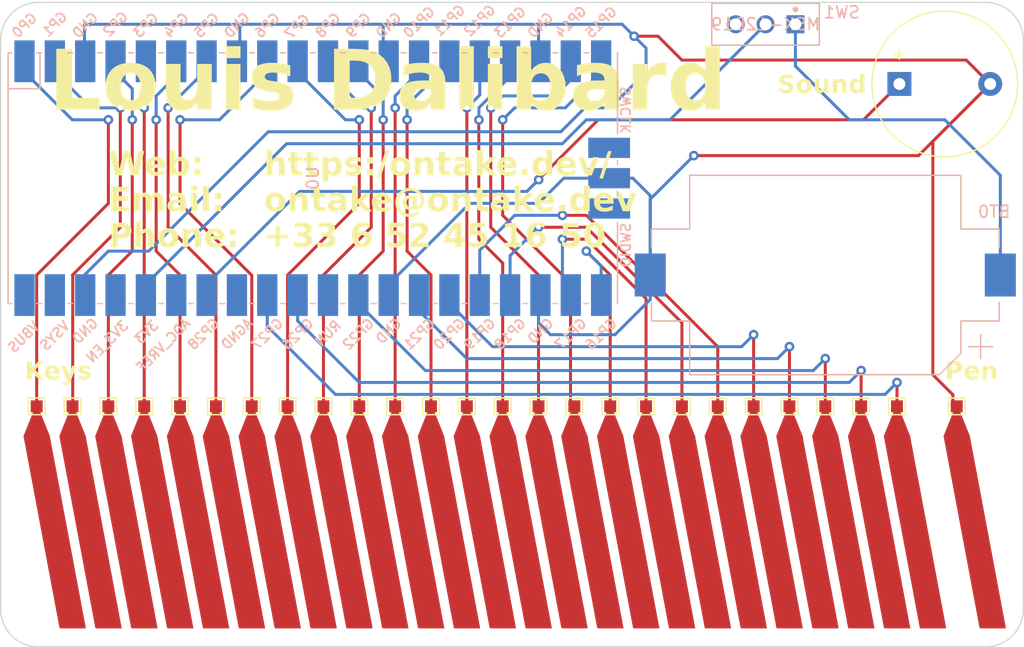
<source format=kicad_pcb>
(kicad_pcb (version 20221018) (generator pcbnew)

  (general
    (thickness 1.6)
  )

  (paper "A4")
  (title_block
    (title "Buisiness Card Synth")
    (date "2023-05-04")
    (rev "1")
    (company "ontake.dev")
  )

  (layers
    (0 "F.Cu" signal)
    (31 "B.Cu" signal)
    (32 "B.Adhes" user "B.Adhesive")
    (33 "F.Adhes" user "F.Adhesive")
    (34 "B.Paste" user)
    (35 "F.Paste" user)
    (36 "B.SilkS" user "B.Silkscreen")
    (37 "F.SilkS" user "F.Silkscreen")
    (38 "B.Mask" user)
    (39 "F.Mask" user)
    (40 "Dwgs.User" user "User.Drawings")
    (41 "Cmts.User" user "User.Comments")
    (42 "Eco1.User" user "User.Eco1")
    (43 "Eco2.User" user "User.Eco2")
    (44 "Edge.Cuts" user)
    (45 "Margin" user)
    (46 "B.CrtYd" user "B.Courtyard")
    (47 "F.CrtYd" user "F.Courtyard")
    (48 "B.Fab" user)
    (49 "F.Fab" user)
    (50 "User.1" user)
    (51 "User.2" user)
    (52 "User.3" user)
    (53 "User.4" user)
    (54 "User.5" user)
    (55 "User.6" user)
    (56 "User.7" user)
    (57 "User.8" user)
    (58 "User.9" user)
  )

  (setup
    (pad_to_mask_clearance 0)
    (pcbplotparams
      (layerselection 0x00010fc_ffffffff)
      (plot_on_all_layers_selection 0x0000000_00000000)
      (disableapertmacros false)
      (usegerberextensions false)
      (usegerberattributes true)
      (usegerberadvancedattributes true)
      (creategerberjobfile true)
      (dashed_line_dash_ratio 12.000000)
      (dashed_line_gap_ratio 3.000000)
      (svgprecision 6)
      (plotframeref false)
      (viasonmask false)
      (mode 1)
      (useauxorigin false)
      (hpglpennumber 1)
      (hpglpenspeed 20)
      (hpglpendiameter 15.000000)
      (dxfpolygonmode true)
      (dxfimperialunits true)
      (dxfusepcbnewfont true)
      (psnegative false)
      (psa4output false)
      (plotreference true)
      (plotvalue true)
      (plotinvisibletext false)
      (sketchpadsonfab false)
      (subtractmaskfromsilk false)
      (outputformat 1)
      (mirror false)
      (drillshape 1)
      (scaleselection 1)
      (outputdirectory "")
    )
  )

  (net 0 "")
  (net 1 "Net-(BT0-+)")
  (net 2 "GND")
  (net 3 "Net-(BZ1--)")
  (net 4 "+3V0")
  (net 5 "unconnected-(SW1-C-Pad3)")
  (net 6 "Net-(U0-GPIO0)")
  (net 7 "Net-(U0-GPIO1)")
  (net 8 "Net-(U0-GPIO2)")
  (net 9 "Net-(U0-GPIO3)")
  (net 10 "Net-(U0-GPIO4)")
  (net 11 "Net-(U0-GPIO5)")
  (net 12 "Net-(U0-GPIO6)")
  (net 13 "Net-(U0-GPIO7)")
  (net 14 "Net-(U0-GPIO8)")
  (net 15 "Net-(U0-GPIO9)")
  (net 16 "Net-(U0-GPIO10)")
  (net 17 "Net-(U0-GPIO11)")
  (net 18 "Net-(U0-GPIO12)")
  (net 19 "Net-(U0-GPIO13)")
  (net 20 "Net-(U0-GPIO14)")
  (net 21 "Net-(U0-GPIO15)")
  (net 22 "Net-(U0-GPIO16)")
  (net 23 "Net-(U0-GPIO17)")
  (net 24 "Net-(U0-GPIO18)")
  (net 25 "Net-(U0-GPIO19)")
  (net 26 "Net-(U0-GPIO20)")
  (net 27 "Net-(U0-GPIO21)")
  (net 28 "Net-(U0-GPIO22)")
  (net 29 "Net-(U0-GPIO26_ADC0)")
  (net 30 "Net-(U0-GPIO27_ADC1)")
  (net 31 "unconnected-(U0-RUN-Pad30)")
  (net 32 "unconnected-(U0-AGND-Pad33)")
  (net 33 "unconnected-(U0-ADC_VREF-Pad35)")
  (net 34 "unconnected-(U0-3V3_EN-Pad37)")
  (net 35 "unconnected-(U0-VSYS-Pad39)")
  (net 36 "unconnected-(U0-VBUS-Pad40)")
  (net 37 "unconnected-(U0-SWCLK-Pad41)")
  (net 38 "unconnected-(U0-SWDIO-Pad43)")

  (footprint "Library:BuisinessCardKey" (layer "F.Cu") (at 212 61))

  (footprint "Library:BuisinessCardKey" (layer "F.Cu") (at 206 61))

  (footprint "Library:BuisinessCardKey" (layer "F.Cu") (at 233 61))

  (footprint "Buzzer_Beeper:Buzzer_12x9.5RM7.6" (layer "F.Cu") (at 266.2 34))

  (footprint "Library:BuisinessCardKey" (layer "F.Cu") (at 227 61))

  (footprint "Library:BuisinessCardKey" (layer "F.Cu") (at 239 61))

  (footprint "Library:BuisinessCardKey" (layer "F.Cu") (at 271 61))

  (footprint "Library:BuisinessCardKey" (layer "F.Cu") (at 194 61))

  (footprint "Library:BuisinessCardKey" (layer "F.Cu") (at 224 61))

  (footprint "Library:BuisinessCardKey" (layer "F.Cu") (at 197 61))

  (footprint "Library:BuisinessCardKey" (layer "F.Cu") (at 254 61))

  (footprint "Library:BuisinessCardKey" (layer "F.Cu") (at 242 61))

  (footprint "Library:BuisinessCardKey" (layer "F.Cu") (at 248 61))

  (footprint "Library:BuisinessCardKey" (layer "F.Cu") (at 260 61))

  (footprint "Library:BuisinessCardKey" (layer "F.Cu") (at 245 61))

  (footprint "Library:BuisinessCardKey" (layer "F.Cu") (at 215 61))

  (footprint "Library:BuisinessCardKey" (layer "F.Cu") (at 257 61))

  (footprint "Library:BuisinessCardKey" (layer "F.Cu") (at 218 61))

  (footprint "Library:BuisinessCardKey" (layer "F.Cu") (at 236 61))

  (footprint "Library:BuisinessCardKey" (layer "F.Cu") (at 263 61))

  (footprint "Library:BuisinessCardKey" (layer "F.Cu") (at 251 61))

  (footprint "Library:BuisinessCardKey" (layer "F.Cu") (at 230 61))

  (footprint "Library:BuisinessCardKey" (layer "F.Cu") (at 221 61))

  (footprint "Library:BuisinessCardKey" (layer "F.Cu") (at 209 61))

  (footprint "Library:BuisinessCardKey" (layer "F.Cu") (at 266 61))

  (footprint "Library:BuisinessCardKey" (layer "F.Cu") (at 203 61))

  (footprint "Library:BuisinessCardKey" (layer "F.Cu") (at 200 61))

  (footprint "Battery:BatteryHolder_Keystone_1060_1x2032" (layer "B.Cu") (at 260 50 180))

  (footprint "eec:MSK-12D19" (layer "B.Cu") (at 255 29 180))

  (footprint "MCU_RaspberryPi_and_Boards:RPi_Pico_SMD_TH" (layer "B.Cu") (at 217.11 41.89 -90))

  (gr_arc (start 194.155 81.14) (mid 191.909936 80.210064) (end 190.98 77.965)
    (stroke (width 0.1) (type default)) (layer "Edge.Cuts") (tstamp 1e166c16-f493-42e3-a697-acf322ec3e11))
  (gr_arc (start 190.98 30.335) (mid 191.909936 28.089936) (end 194.155 27.16)
    (stroke (width 0.1) (type default)) (layer "Edge.Cuts") (tstamp 322652a7-bb84-4ad1-a0e0-7ebea0574084))
  (gr_arc (start 273.405 27.16) (mid 275.650064 28.089936) (end 276.58 30.335)
    (stroke (width 0.1) (type default)) (layer "Edge.Cuts") (tstamp 33efbf1b-129a-43c8-8089-d1f770b75b3f))
  (gr_line (start 276.58 30.335) (end 276.58 77.965)
    (stroke (width 0.1) (type default)) (layer "Edge.Cuts") (tstamp 6037ea68-982c-4fc7-a012-93011a735720))
  (gr_line (start 190.98 77.965) (end 190.98 30.335)
    (stroke (width 0.1) (type default)) (layer "Edge.Cuts") (tstamp 70cbc4b7-13d2-4bad-b1c6-84f9be020eda))
  (gr_line (start 194.155 27.16) (end 273.405 27.16)
    (stroke (width 0.1) (type default)) (layer "Edge.Cuts") (tstamp 7a1ef152-d33e-4588-b49d-3930ec7e0a52))
  (gr_line (start 273.405 81.14) (end 194.155 81.14)
    (stroke (width 0.1) (type default)) (layer "Edge.Cuts") (tstamp 81aa6b88-c6b1-4f08-b2ce-4863a75c225e))
  (gr_arc (start 276.58 77.965) (mid 275.650064 80.210064) (end 273.405 81.14)
    (stroke (width 0.1) (type default)) (layer "Edge.Cuts") (tstamp 9699dec5-b4c9-40aa-ac9a-1dc5c06d9f4c))
  (gr_text "https:/ontake.dev/" (at 213 42) (layer "F.SilkS") (tstamp 20db9403-f8b0-4ca0-a567-a567935cc919)
    (effects (font (face "Begika") (size 2 2) (thickness 0.3) bold) (justify left bottom))
    (render_cache "https:/ontake.dev/" 0
      (polygon
        (pts
          (xy 214.27397 41.50173)          (xy 214.272315 41.524514)          (xy 214.267414 41.545793)          (xy 214.259364 41.565297)
          (xy 214.248264 41.582758)          (xy 214.234209 41.597906)          (xy 214.217298 41.610472)          (xy 214.197628 41.620187)
          (xy 214.175296 41.626782)          (xy 214.102512 41.66)          (xy 215.005722 41.66)          (xy 214.932937 41.626782)
          (xy 214.910605 41.620187)          (xy 214.890935 41.610472)          (xy 214.874024 41.597906)          (xy 214.85997 41.582758)
          (xy 214.848869 41.565297)          (xy 214.84082 41.545793)          (xy 214.835919 41.524514)          (xy 214.834263 41.50173)
          (xy 214.834263 40.617083)          (xy 214.833771 40.590776)          (xy 214.832295 40.564994)          (xy 214.829836 40.539757)
          (xy 214.826394 40.515084)          (xy 214.821971 40.490997)          (xy 214.816566 40.467516)          (xy 214.810181 40.44466)
          (xy 214.802817 40.422452)          (xy 214.794474 40.40091)          (xy 214.785152 40.380055)          (xy 214.774853 40.359908)
          (xy 214.763578 40.340489)          (xy 214.751326 40.321819)          (xy 214.738099 40.303917)          (xy 214.723898 40.286805)
          (xy 214.708722 40.270502)          (xy 214.692574 40.255029)          (xy 214.675453 40.240407)          (xy 214.65736 40.226656)
          (xy 214.638297 40.213796)          (xy 214.618263 40.201847)          (xy 214.597259 40.190831)          (xy 214.575287 40.180766)
          (xy 214.552346 40.171675)          (xy 214.528438 40.163577)          (xy 214.503563 40.156493)          (xy 214.477723 40.150442)
          (xy 214.450917 40.145446)          (xy 214.423146 40.141524)          (xy 214.394411 40.138698)          (xy 214.364714 40.136987)
          (xy 214.334054 40.136413)          (xy 214.307581 40.136834)          (xy 214.281481 40.138082)          (xy 214.255769 40.140134)
          (xy 214.230463 40.142967)          (xy 214.205581 40.146558)          (xy 214.181139 40.150883)          (xy 214.157155 40.15592)
          (xy 214.133645 40.161646)          (xy 214.110627 40.168037)          (xy 214.088117 40.17507)          (xy 214.066133 40.182723)
          (xy 214.044692 40.190972)          (xy 214.023811 40.199794)          (xy 214.003507 40.209167)          (xy 213.983797 40.219066)
          (xy 213.964698 40.229469)          (xy 213.946227 40.240353)          (xy 213.928402 40.251695)          (xy 213.911239 40.263472)
          (xy 213.894756 40.27566)          (xy 213.878969 40.288236)          (xy 213.863896 40.301179)          (xy 213.849553 40.314463)
          (xy 213.823129 40.341967)          (xy 213.799833 40.370564)          (xy 213.779802 40.400068)          (xy 213.763172 40.430296)
          (xy 213.756175 40.445624)          (xy 213.756175 39.57905)          (xy 213.709769 39.57905)          (xy 213.689898 39.58631)
          (xy 213.670461 39.593259)          (xy 213.651408 39.599904)          (xy 213.632688 39.606254)          (xy 213.596047 39.618106)
          (xy 213.56014 39.628884)          (xy 213.524564 39.638657)          (xy 213.48892 39.647495)          (xy 213.452807 39.655467)
          (xy 213.415823 39.662643)          (xy 213.377568 39.669091)          (xy 213.357839 39.672065)          (xy 213.337642 39.674882)
          (xy 213.316927 39.677553)          (xy 213.295644 39.680085)          (xy 213.273743 39.682488)          (xy 213.251173 39.684769)
          (xy 213.227885 39.686939)          (xy 213.203828 39.689004)          (xy 213.178952 39.690975)          (xy 213.153208 39.692859)
          (xy 213.126546 39.694666)          (xy 213.098914 39.696403)          (xy 213.070263 39.698081)          (xy 213.040544 39.699706)
          (xy 213.09672 39.729993)          (xy 213.119479 39.736648)          (xy 213.139668 39.746235)          (xy 213.157144 39.758569)
          (xy 213.171763 39.773468)          (xy 213.183383 39.790748)          (xy 213.19186 39.810226)          (xy 213.197051 39.83172)
          (xy 213.198813 39.855045)          (xy 213.198813 41.50173)          (xy 213.197052 41.524374)          (xy 213.191868 41.545587)
          (xy 213.183409 41.565083)          (xy 213.171824 41.582575)          (xy 213.157263 41.597777)          (xy 213.139874 41.610403)
          (xy 213.119806 41.620167)          (xy 213.097208 41.626782)          (xy 213.024424 41.66)          (xy 213.936427 41.66)
          (xy 213.857292 41.626782)          (xy 213.834855 41.620167)          (xy 213.814908 41.610403)          (xy 213.797606 41.597777)
          (xy 213.783103 41.582575)          (xy 213.771554 41.565083)          (xy 213.763113 41.545587)          (xy 213.757936 41.524374)
          (xy 213.756175 41.50173)          (xy 213.756175 40.832505)          (xy 213.756311 40.806284)          (xy 213.757253 40.780662)
          (xy 213.758982 40.755654)          (xy 213.761477 40.731277)          (xy 213.764718 40.707544)          (xy 213.768685 40.684472)
          (xy 213.773357 40.662075)          (xy 213.778714 40.64037)          (xy 213.784736 40.61937)          (xy 213.791403 40.599092)
          (xy 213.798693 40.579551)          (xy 213.806588 40.560763)          (xy 213.815066 40.542741)          (xy 213.833691 40.509062)
          (xy 213.854406 40.478636)          (xy 213.87705 40.451585)          (xy 213.90146 40.428033)          (xy 213.927472 40.408101)
          (xy 213.954926 40.391912)          (xy 213.983657 40.379587)          (xy 214.013505 40.371251)          (xy 214.044306 40.367023)
          (xy 214.060013 40.366489)          (xy 214.085439 40.367993)          (xy 214.109318 40.37247)          (xy 214.131637 40.379875)
          (xy 214.152383 40.390158)          (xy 214.171543 40.403272)          (xy 214.189105 40.419169)          (xy 214.205056 40.4378)
          (xy 214.219382 40.459118)          (xy 214.232071 40.483076)          (xy 214.24311 40.509624)          (xy 214.252486 40.538716)
          (xy 214.260186 40.570302)          (xy 214.266197 40.604336)          (xy 214.270507 40.640769)          (xy 214.273102 40.679554)
          (xy 214.273753 40.699813)          (xy 214.27397 40.720642)
        )
      )
      (polygon
        (pts
          (xy 215.02233 40.21457)          (xy 215.042608 40.223878)          (xy 215.060814 40.236186)          (xy 215.076753 40.25115)
          (xy 215.09023 40.268426)          (xy 215.101051 40.287671)          (xy 215.109021 40.308543)          (xy 215.113946 40.330696)
          (xy 215.115631 40.353789)          (xy 215.115631 41.207662)          (xy 215.115987 41.2323)          (xy 215.117059 41.256643)
          (xy 215.118852 41.280659)          (xy 215.121374 41.304316)          (xy 215.124629 41.327582)          (xy 215.128624 41.350425)
          (xy 215.133364 41.372813)          (xy 215.138857 41.394714)          (xy 215.145107 41.416096)          (xy 215.152121 41.436927)
          (xy 215.159905 41.457176)          (xy 215.168465 41.476811)          (xy 215.177806 41.495799)          (xy 215.187935 41.514108)
          (xy 215.198858 41.531707)          (xy 215.21058 41.548564)          (xy 215.223109 41.564646)          (xy 215.236449 41.579923)
          (xy 215.250606 41.594361)          (xy 215.265588 41.607929)          (xy 215.281399 41.620595)          (xy 215.298045 41.632328)
          (xy 215.315534 41.643094)          (xy 215.33387 41.652863)          (xy 215.353059 41.661602)          (xy 215.373109 41.66928)
          (xy 215.394024 41.675864)          (xy 215.41581 41.681322)          (xy 215.438475 41.685623)          (xy 215.462022 41.688735)
          (xy 215.48646 41.690625)          (xy 215.511793 41.691263)          (xy 215.54972 41.689835)          (xy 215.586984 41.685518)
          (xy 215.623395 41.678263)          (xy 215.658758 41.668021)          (xy 215.692883 41.654742)          (xy 215.725575 41.638377)
          (xy 215.756643 41.618877)          (xy 215.785894 41.596191)          (xy 215.813136 41.570271)          (xy 215.838177 41.541068)
          (xy 215.849811 41.525219)          (xy 215.860823 41.508531)          (xy 215.871188 41.490997)          (xy 215.880882 41.472612)
          (xy 215.889882 41.453368)          (xy 215.898162 41.433261)          (xy 215.9057 41.412283)          (xy 215.91247 41.390429)
          (xy 215.91845 41.367692)          (xy 215.923615 41.344066)          (xy 215.92794 41.319546)          (xy 215.931402 41.294124)
          (xy 215.918638 41.309914)          (xy 215.900416 41.330141)          (xy 215.883332 41.346567)          (xy 215.86742 41.359587)
          (xy 215.848086 41.372327)          (xy 215.827055 41.382142)          (xy 215.806625 41.387361)          (xy 215.791695 41.388401)
          (xy 215.770914 41.386809)          (xy 215.74465 41.378766)          (xy 215.723735 41.364542)          (xy 215.707559 41.344818)
          (xy 215.695515 41.320276)          (xy 215.68948 41.301573)          (xy 215.68483 41.281233)          (xy 215.681385 41.259458)
          (xy 215.678965 41.23645)          (xy 215.67739 41.212409)          (xy 215.676478 41.187539)          (xy 215.67605 41.16204)
          (xy 215.675926 41.136115)          (xy 215.675924 41.109965)          (xy 215.675924 40.254626)          (xy 215.835659 40.254626)
          (xy 215.835659 40.167187)          (xy 215.675924 40.167187)          (xy 215.675924 39.72755)          (xy 215.613886 39.72755)
          (xy 215.613373 39.749656)          (xy 215.61182 39.771534)          (xy 215.609206 39.793155)          (xy 215.60551 39.814492)
          (xy 215.60071 39.835517)          (xy 215.594785 39.856201)          (xy 215.587715 39.876517)          (xy 215.579479 39.896436)
          (xy 215.570054 39.915932)          (xy 215.559421 39.934975)          (xy 215.547557 39.953537)          (xy 215.534443 39.971592)
          (xy 215.520056 39.98911)          (xy 215.504375 40.006063)          (xy 215.487381 40.022425)          (xy 215.46905 40.038166)
          (xy 215.449363 40.053259)          (xy 215.428299 40.067675)          (xy 215.405835 40.081388)          (xy 215.381951 40.094368)
          (xy 215.356626 40.106587)          (xy 215.329839 40.118019)          (xy 215.301569 40.128634)          (xy 215.271794 40.138405)
          (xy 215.240493 40.147303)          (xy 215.207646 40.155302)          (xy 215.173231 40.162372)          (xy 215.137227 40.168486)
          (xy 215.099614 40.173615)          (xy 215.060369 40.177733)          (xy 215.019472 40.18081)          (xy 214.976901 40.182819)
        )
      )
      (polygon
        (pts
          (xy 216.05792 40.21457)          (xy 216.078198 40.223878)          (xy 216.096403 40.236186)          (xy 216.112342 40.25115)
          (xy 216.125819 40.268426)          (xy 216.136641 40.287671)          (xy 216.144611 40.308543)          (xy 216.149536 40.330696)
          (xy 216.151221 40.353789)          (xy 216.151221 41.207662)          (xy 216.151577 41.2323)          (xy 216.152648 41.256643)
          (xy 216.154442 41.280659)          (xy 216.156963 41.304316)          (xy 216.160218 41.327582)          (xy 216.164213 41.350425)
          (xy 216.168954 41.372813)          (xy 216.174447 41.394714)          (xy 216.180697 41.416096)          (xy 216.187711 41.436927)
          (xy 216.195495 41.457176)          (xy 216.204054 41.476811)          (xy 216.213396 41.495799)          (xy 216.223525 41.514108)
          (xy 216.234448 41.531707)          (xy 216.24617 41.548564)          (xy 216.258698 41.564646)          (xy 216.272038 41.579923)
          (xy 216.286196 41.594361)          (xy 216.301177 41.607929)          (xy 216.316988 41.620595)          (xy 216.333635 41.632328)
          (xy 216.351123 41.643094)          (xy 216.369459 41.652863)          (xy 216.388649 41.661602)          (xy 216.408698 41.66928)
          (xy 216.429613 41.675864)          (xy 216.4514 41.681322)          (xy 216.474064 41.685623)          (xy 216.497612 41.688735)
          (xy 216.52205 41.690625)          (xy 216.547383 41.691263)          (xy 216.585309 41.689835)          (xy 216.622574 41.685518)
          (xy 216.658985 41.678263)          (xy 216.694348 41.668021)          (xy 216.728472 41.654742)          (xy 216.761165 41.638377)
          (xy 216.792233 41.618877)          (xy 216.821484 41.596191)          (xy 216.848726 41.570271)          (xy 216.873766 41.541068)
          (xy 216.885401 41.525219)          (xy 216.896412 41.508531)          (xy 216.906777 41.490997)          (xy 216.916472 41.472612)
          (xy 216.925471 41.453368)          (xy 216.933752 41.433261)          (xy 216.941289 41.412283)          (xy 216.94806 41.390429)
          (xy 216.95404 41.367692)          (xy 216.959204 41.344066)          (xy 216.96353 41.319546)          (xy 216.966992 41.294124)
          (xy 216.954228 41.309914)          (xy 216.936006 41.330141)          (xy 216.918922 41.346567)          (xy 216.90301 41.359587)
          (xy 216.883676 41.372327)          (xy 216.862645 41.382142)          (xy 216.842215 41.387361)          (xy 216.827285 41.388401)
          (xy 216.806504 41.386809)          (xy 216.78024 41.378766)          (xy 216.759324 41.364542)          (xy 216.743149 41.344818)
          (xy 216.731104 41.320276)          (xy 216.725069 41.301573)          (xy 216.72042 41.281233)          (xy 216.716975 41.259458)
          (xy 216.714555 41.23645)          (xy 216.712979 41.212409)          (xy 216.712068 41.187539)          (xy 216.71164 41.16204)
          (xy 216.711515 41.136115)          (xy 216.711514 41.109965)          (xy 216.711514 40.254626)          (xy 216.871249 40.254626)
          (xy 216.871249 40.167187)          (xy 216.711514 40.167187)          (xy 216.711514 39.72755)          (xy 216.649476 39.72755)
          (xy 216.648963 39.749656)          (xy 216.64741 39.771534)          (xy 216.644796 39.793155)          (xy 216.641099 39.814492)
          (xy 216.636299 39.835517)          (xy 216.630375 39.856201)          (xy 216.623305 39.876517)          (xy 216.615068 39.896436)
          (xy 216.605644 39.915932)          (xy 216.59501 39.934975)          (xy 216.583147 39.953537)          (xy 216.570032 39.971592)
          (xy 216.555645 39.98911)          (xy 216.539965 40.006063)          (xy 216.52297 40.022425)          (xy 216.50464 40.038166)
          (xy 216.484953 40.053259)          (xy 216.463888 40.067675)          (xy 216.441425 40.081388)          (xy 216.417541 40.094368)
          (xy 216.392216 40.106587)          (xy 216.365429 40.118019)          (xy 216.337158 40.128634)          (xy 216.307383 40.138405)
          (xy 216.276083 40.147303)          (xy 216.243236 40.155302)          (xy 216.208821 40.162372)          (xy 216.172817 40.168486)
          (xy 216.135203 40.173615)          (xy 216.095958 40.177733)          (xy 216.055061 40.18081)          (xy 216.012491 40.182819)
        )
      )
      (polygon
        (pts
          (xy 218.238166 40.137332)          (xy 218.268591 40.140067)          (xy 218.298498 40.144587)          (xy 218.327856 40.150857)
          (xy 218.356631 40.158847)          (xy 218.384791 40.168522)          (xy 218.412303 40.179852)          (xy 218.439135 40.192802)
          (xy 218.465255 40.207341)          (xy 218.490629 40.223436)          (xy 218.515225 40.241054)          (xy 218.539011 40.260164)
          (xy 218.561954 40.280731)          (xy 218.584022 40.302724)          (xy 218.605182 40.326111)          (xy 218.625401 40.350858)
          (xy 218.644647 40.376933)          (xy 218.662887 40.404304)          (xy 218.680089 40.432937)          (xy 218.69622 40.462801)
          (xy 218.711247 40.493863)          (xy 218.725139 40.52609)          (xy 218.737862 40.55945)          (xy 218.749385 40.59391)
          (xy 218.759673 40.629438)          (xy 218.768695 40.666)          (xy 218.776419 40.703565)          (xy 218.782811 40.742101)
          (xy 218.78784 40.781573)          (xy 218.791472 40.82195)          (xy 218.793675 40.8632)          (xy 218.794417 40.905289)
          (xy 218.793669 40.947427)          (xy 218.791447 40.98882)          (xy 218.787782 41.029428)          (xy 218.782705 41.069212)
          (xy 218.776246 41.108135)          (xy 218.768438 41.146156)          (xy 218.759311 41.183237)          (xy 218.748896 41.21934)
          (xy 218.737225 41.254425)          (xy 218.724328 41.288453)          (xy 218.710237 41.321387)          (xy 218.694983 41.353187)
          (xy 218.678597 41.383813)          (xy 218.66111 41.413229)          (xy 218.642554 41.441393)          (xy 218.622958 41.468269)
          (xy 218.602356 41.493816)          (xy 218.580776 41.517997)          (xy 218.558252 41.540772)          (xy 218.534813 41.562102)
          (xy 218.510492 41.581949)          (xy 218.485318 41.600274)          (xy 218.459324 41.617038)          (xy 218.43254 41.632202)
          (xy 218.404998 41.645727)          (xy 218.376729 41.657575)          (xy 218.347763 41.667707)          (xy 218.318132 41.676083)
          (xy 218.287867 41.682666)          (xy 218.256999 41.687416)          (xy 218.22556 41.690294)          (xy 218.193579 41.691263)
          (xy 218.172446 41.690835)          (xy 218.151643 41.689559)          (xy 218.131178 41.687446)          (xy 218.111061 41.684505)
          (xy 218.0913 41.680747)          (xy 218.071905 41.676183)          (xy 218.052885 41.670824)          (xy 218.016006 41.657758)
          (xy 217.980734 41.641635)          (xy 217.947141 41.622537)          (xy 217.915301 41.600549)          (xy 217.885285 41.575754)
          (xy 217.870984 41.562331)          (xy 217.857166 41.548237)          (xy 217.84384 41.533483)          (xy 217.831015 41.518079)
          (xy 217.818701 41.502037)          (xy 217.806906 41.485367)          (xy 217.795639 41.468078)          (xy 217.78491 41.450182)
          (xy 217.774727 41.431689)          (xy 217.765099 41.412609)          (xy 217.756036 41.392953)          (xy 217.747547 41.372732)
          (xy 217.73964 41.351955)          (xy 217.732325 41.330634)          (xy 217.72561 41.308778)          (xy 217.741242 42.086936)
          (xy 217.743005 42.109481)          (xy 217.748203 42.130457)          (xy 217.756698 42.14967)          (xy 217.768353 42.166926)
          (xy 217.78303 42.182029)          (xy 217.800593 42.194784)          (xy 217.820903 42.204999)          (xy 217.843824 42.212477)
          (xy 217.904396 42.245694)          (xy 217.020725 42.245694)          (xy 217.081297 42.212477)          (xy 217.104218 42.204999)
          (xy 217.124528 42.194784)          (xy 217.142091 42.182029)          (xy 217.156769 42.166926)          (xy 217.168423 42.14967)
          (xy 217.176919 42.130457)          (xy 217.182116 42.109481)          (xy 217.183879 42.086936)          (xy 217.183879 40.964396)
          (xy 217.741242 40.964396)          (xy 217.74235 40.991198)          (xy 217.744019 41.017636)          (xy 217.746236 41.043679)
          (xy 217.74899 41.069293)          (xy 217.752267 41.094448)          (xy 217.756057 41.119111)          (xy 217.760346 41.143251)
          (xy 217.765124 41.166835)          (xy 217.770377 41.189832)          (xy 217.776095 41.212209)          (xy 217.782263 41.233935)
          (xy 217.788872 41.254977)          (xy 217.795908 41.275304)          (xy 217.803359 41.294885)          (xy 217.811214 41.313686)
          (xy 217.81946 41.331676)          (xy 217.837078 41.365096)          (xy 217.856117 41.394888)          (xy 217.876479 41.420798)
          (xy 217.898068 41.44257)          (xy 217.920788 41.459948)          (xy 217.944542 41.472678)          (xy 217.969234 41.480503)
          (xy 217.994766 41.483168)          (xy 218.007614 41.48251)          (xy 218.032602 41.477304)          (xy 218.056571 41.467039)
          (xy 218.079427 41.45187)          (xy 218.101079 41.431949)          (xy 218.121434 41.407432)          (xy 218.1404 41.378471)
          (xy 218.157883 41.345221)          (xy 218.166041 41.327035)          (xy 218.173794 41.307835)          (xy 218.18113 41.28764)
          (xy 218.188038 41.266468)          (xy 218.194506 41.244339)          (xy 218.200523 41.221273)          (xy 218.206077 41.197288)
          (xy 218.211158 41.172403)          (xy 218.215752 41.146639)          (xy 218.219849 41.120014)          (xy 218.223437 41.092547)
          (xy 218.226505 41.064258)          (xy 218.229041 41.035166)          (xy 218.231034 41.00529)          (xy 218.232471 40.974649)
          (xy 218.233342 40.943263)          (xy 218.233635 40.911151)          (xy 218.23335 40.879525)          (xy 218.2325 40.848593)
          (xy 218.231099 40.818374)          (xy 218.229158 40.788888)          (xy 218.226688 40.760157)          (xy 218.223702 40.732201)
          (xy 218.22021 40.705039)          (xy 218.216225 40.678693)          (xy 218.211759 40.653182)          (xy 218.206823 40.628528)
          (xy 218.201428 40.60475)          (xy 218.195588 40.58187)          (xy 218.189312 40.559906)          (xy 218.182614 40.53888)
          (xy 218.175504 40.518813)          (xy 218.167995 40.499724)          (xy 218.151825 40.464563)          (xy 218.134197 40.433561)
          (xy 218.115205 40.406881)          (xy 218.094943 40.384685)          (xy 218.073505 40.367139)          (xy 218.050985 40.354403)
          (xy 218.027475 40.346642)          (xy 218.00307 40.344019)          (xy 217.976897 40.347)          (xy 217.951408 40.355705)
          (xy 217.926736 40.369782)          (xy 217.903014 40.388876)          (xy 217.880378 40.412632)          (xy 217.85896 40.440696)
          (xy 217.838895 40.472715)          (xy 217.829411 40.490096)          (xy 217.820315 40.508333)          (xy 217.811625 40.527382)
          (xy 217.803356 40.547198)          (xy 217.795526 40.567736)          (xy 217.788151 40.588954)          (xy 217.781247 40.610805)
          (xy 217.774833 40.633247)          (xy 217.768924 40.656234)          (xy 217.763536 40.679723)          (xy 217.758688 40.703669)
          (xy 217.754395 40.728029)          (xy 217.750675 40.752756)          (xy 217.747543 40.777809)          (xy 217.745018 40.803141)
          (xy 217.743114 40.828709)          (xy 217.74185 40.854469)          (xy 217.741242 40.880376)          (xy 217.741242 40.964396)
          (xy 217.183879 40.964396)          (xy 217.183879 40.437808)          (xy 217.182124 40.415265)          (xy 217.17698 40.394303)
          (xy 217.16863 40.375126)          (xy 217.157257 40.357941)          (xy 217.143045 40.342954)          (xy 217.126177 40.330372)
          (xy 217.106836 40.3204)          (xy 217.085205 40.313244)          (xy 217.081786 40.297613)          (xy 217.106403 40.294618)
          (xy 217.130273 40.291672)          (xy 217.153435 40.28876)          (xy 217.175928 40.285872)          (xy 217.197793 40.282995)
          (xy 217.219067 40.280115)          (xy 217.239792 40.277222)          (xy 217.260007 40.274303)          (xy 217.279751 40.271345)
          (xy 217.299063 40.268336)          (xy 217.336552 40.262116)          (xy 217.372791 40.255543)          (xy 217.408094 40.24852)
          (xy 217.44278 40.240947)          (xy 217.477164 40.232726)          (xy 217.511562 40.223758)          (xy 217.54629 40.213944)
          (xy 217.581665 40.203186)          (xy 217.618004 40.191384)          (xy 217.636633 40.185062)          (xy 217.655622 40.178441)
          (xy 217.675009 40.17151)          (xy 217.694836 40.164256)          (xy 217.741242 40.164256)          (xy 217.72561 40.527201)
          (xy 217.732582 40.504591)          (xy 217.740207 40.482562)          (xy 217.748473 40.461124)          (xy 217.757365 40.440285)
          (xy 217.766872 40.420054)          (xy 217.77698 40.400441)          (xy 217.787675 40.381453)          (xy 217.798944 40.363101)
          (xy 217.810774 40.345392)          (xy 217.823152 40.328336)          (xy 217.836065 40.311943)          (xy 217.849498 40.29622)
          (xy 217.86344 40.281177)          (xy 217.877877 40.266823)          (xy 217.892795 40.253166)          (xy 217.908182 40.240216)
          (xy 217.924023 40.227981)          (xy 217.940307 40.216471)          (xy 217.957019 40.205695)          (xy 217.974146 40.195661)
          (xy 217.991676 40.186378)          (xy 218.009594 40.177855)          (xy 218.027889 40.170102)          (xy 218.046545 40.163127)
          (xy 218.065551 40.156939)          (xy 218.084893 40.151547)          (xy 218.104557 40.14696)          (xy 218.124531 40.143187)
          (xy 218.144801 40.140236)          (xy 218.165355 40.138118)          (xy 218.186178 40.13684)          (xy 218.207257 40.136413)
        )
      )
      (polygon
        (pts
          (xy 219.868108 41.468025)          (xy 219.86676 41.488121)          (xy 219.862628 41.507314)          (xy 219.852563 41.531093)
          (xy 219.841428 41.547265)          (xy 219.827076 41.561753)          (xy 219.809374 41.574321)          (xy 219.788193 41.584736)
          (xy 219.763403 41.592763)          (xy 219.734872 41.598169)          (xy 219.713709 41.6002)          (xy 219.690788 41.600893)
          (xy 219.654584 41.599097)          (xy 219.620607 41.593811)          (xy 219.588979 41.585182)          (xy 219.55982 41.573362)
          (xy 219.533252 41.558499)          (xy 219.509395 41.540743)          (xy 219.48837 41.520244)          (xy 219.470298 41.497151)
          (xy 219.4553 41.471613)          (xy 219.443497 41.443781)          (xy 219.43501 41.413803)          (xy 219.42996 41.38183)
          (xy 219.428467 41.34801)          (xy 219.430653 41.312494)          (xy 219.436639 41.275431)          (xy 219.441094 41.256366)
          (xy 219.446545 41.236971)          (xy 219.441075 41.21366)          (xy 219.433902 41.191899)          (xy 219.425143 41.171683)
          (xy 219.414916 41.153005)          (xy 219.403338 41.135858)          (xy 219.390526 41.120235)          (xy 219.376598 41.106131)
          (xy 219.353869 41.087808)          (xy 219.32929 41.072865)          (xy 219.303254 41.061281)          (xy 219.27616 41.053033)
          (xy 219.248402 41.048101)          (xy 219.220376 41.046461)          (xy 219.198302 41.047494)          (xy 219.17618 41.050578)
          (xy 219.154212 41.055693)          (xy 219.132602 41.062818)          (xy 219.111552 41.071932)          (xy 219.091267 41.083015)
          (xy 219.07195 41.096045)          (xy 219.053803 41.111003)          (xy 219.03703 41.127866)          (xy 219.021834 41.146615)
          (xy 219.008418 41.167229)          (xy 218.996986 41.189687)          (xy 218.98774 41.213968)          (xy 218.980885 41.240052)
          (xy 218.976622 41.267917)          (xy 218.975157 41.297543)          (xy 218.975964 41.319689)          (xy 218.978367 41.341329)
          (xy 218.982335 41.362451)          (xy 218.987836 41.383042)          (xy 218.994841 41.403089)          (xy 219.003319 41.422579)
          (xy 219.013238 41.441498)          (xy 219.02457 41.459835)          (xy 219.037282 41.477575)          (xy 219.051345 41.494707)
          (xy 219.066728 41.511216)          (xy 219.0834 41.52709)          (xy 219.101331 41.542317)          (xy 219.120489 41.556882)
          (xy 219.140846 41.570774)          (xy 219.162369 41.583979)          (xy 219.185028 41.596484)          (xy 219.208793 41.608276)
          (xy 219.233633 41.619343)          (xy 219.259518 41.62967)          (xy 219.286417 41.639247)          (xy 219.314299 41.648058)
          (xy 219.343134 41.656092)          (xy 219.372891 41.663335)          (xy 219.403539 41.669775)          (xy 219.435049 41.675398)
          (xy 219.467389 41.680191)          (xy 219.500529 41.684142)          (xy 219.534438 41.687238)          (xy 219.569085 41.689465)
          (xy 219.604441 41.690811)          (xy 219.640474 41.691263)          (xy 219.678787 41.690753)          (xy 219.716314 41.689233)
          (xy 219.753026 41.686718)          (xy 219.788894 41.683222)          (xy 219.823892 41.67876)          (xy 219.85799 41.673347)
          (xy 219.891161 41.666997)          (xy 219.923376 41.659725)          (xy 219.954607 41.651546)          (xy 219.984826 41.642474)
          (xy 220.014005 41.632524)          (xy 220.042115 41.621711)          (xy 220.069129 41.610049)          (xy 220.095018 41.597553)
          (xy 220.119754 41.584238)          (xy 220.143309 41.570118)          (xy 220.165655 41.555208)          (xy 220.186763 41.539523)
          (xy 220.206605 41.523078)          (xy 220.225154 41.505886)          (xy 220.242381 41.487963)          (xy 220.258258 41.469324)
          (xy 220.272756 41.449982)          (xy 220.285848 41.429953)          (xy 220.297505 41.409252)          (xy 220.307699 41.387892)
          (xy 220.316402 41.36589)          (xy 220.323586 41.343259)          (xy 220.329223 41.320013)          (xy 220.333284 41.296169)
          (xy 220.335741 41.27174)          (xy 220.336566 41.246741)          (xy 220.334115 41.202872)          (xy 220.326971 41.160794)
          (xy 220.315447 41.120432)          (xy 220.299855 41.081714)          (xy 220.280509 41.044567)          (xy 220.257721 41.008918)
          (xy 220.231805 40.974693)          (xy 220.203072 40.941819)          (xy 220.171837 40.910223)          (xy 220.138411 40.879831)
          (xy 220.103108 40.850572)          (xy 220.066241 40.822371)          (xy 220.028122 40.795155)          (xy 219.989065 40.768851)
          (xy 219.949381 40.743386)          (xy 219.909385 40.718688)          (xy 219.869389 40.694681)          (xy 219.829706 40.671295)
          (xy 219.790649 40.648454)          (xy 219.75253 40.626087)          (xy 219.715663 40.60412)          (xy 219.68036 40.582479)
          (xy 219.646934 40.561093)          (xy 219.615699 40.539887)          (xy 219.586966 40.518788)          (xy 219.56105 40.497723)
          (xy 219.538262 40.476619)          (xy 219.518916 40.455403)          (xy 219.503324 40.434002)          (xy 219.4918 40.412342)
          (xy 219.484656 40.390351)          (xy 219.482205 40.367955)          (xy 219.484683 40.346287)          (xy 219.491932 40.325677)
          (xy 219.503675 40.306361)          (xy 219.519634 40.288571)          (xy 219.539531 40.272543)          (xy 219.563088 40.25851)
          (xy 219.590028 40.246708)          (xy 219.609729 40.240194)          (xy 219.630729 40.234844)          (xy 219.652944 40.230729)
          (xy 219.676292 40.227916)          (xy 219.700691 40.226477)          (xy 219.713258 40.226294)          (xy 219.74599 40.227657)
          (xy 219.775694 40.231705)          (xy 219.8024 40.238372)          (xy 219.826137 40.247597)          (xy 219.846934 40.259314)
          (xy 219.864822 40.273461)          (xy 219.879828 40.289973)          (xy 219.891983 40.308787)          (xy 219.901316 40.329839)
          (xy 219.907856 40.353067)          (xy 219.911633 40.378404)          (xy 219.912675 40.40579)          (xy 219.911013 40.435158)
          (xy 219.906675 40.466447)          (xy 219.899691 40.499591)          (xy 219.89009 40.534528)          (xy 219.894915 40.554817)
          (xy 219.901257 40.57374)          (xy 219.913376 40.59958)          (xy 219.928296 40.622391)          (xy 219.945651 40.642199)
          (xy 219.965073 40.659031)          (xy 219.986195 40.672914)          (xy 220.00865 40.683874)          (xy 220.032071 40.691937)
          (xy 220.056091 40.69713)          (xy 220.080343 40.69948)          (xy 220.088415 40.699637)          (xy 220.108239 40.698735)
          (xy 220.128029 40.696042)          (xy 220.147612 40.691574)          (xy 220.166817 40.685348)          (xy 220.185473 40.677383)
          (xy 220.203408 40.667694)          (xy 220.22045 40.6563)          (xy 220.236427 40.643217)          (xy 220.251167 40.628462)
          (xy 220.264499 40.612053)          (xy 220.276252 40.594006)          (xy 220.286252 40.57434)          (xy 220.294329 40.553071)
          (xy 220.300311 40.530216)          (xy 220.304027 40.505793)          (xy 220.305303 40.479818)          (xy 220.304576 40.460009)
          (xy 220.298848 40.421908)          (xy 220.287608 40.385887)          (xy 220.27108 40.352011)          (xy 220.249491 40.320346)
          (xy 220.236869 40.305363)          (xy 220.223066 40.290958)          (xy 220.208111 40.277138)          (xy 220.192031 40.263913)
          (xy 220.174854 40.251289)          (xy 220.15661 40.239276)          (xy 220.137325 40.227882)          (xy 220.117029 40.217114)
          (xy 220.095749 40.206981)          (xy 220.073513 40.197492)          (xy 220.050351 40.188654)          (xy 220.026289 40.180476)
          (xy 220.001356 40.172966)          (xy 219.975581 40.166132)          (xy 219.948991 40.159982)          (xy 219.921615 40.154525)
          (xy 219.89348 40.149769)          (xy 219.864615 40.145722)          (xy 219.835049 40.142393)          (xy 219.804809 40.139789)
          (xy 219.773923 40.137919)          (xy 219.74242 40.13679)          (xy 219.710327 40.136413)          (xy 219.672975 40.136922)
          (xy 219.636319 40.138439)          (xy 219.600391 40.140946)          (xy 219.565223 40.144426)          (xy 219.530848 40.148861)
          (xy 219.497298 40.154235)          (xy 219.464604 40.16053)          (xy 219.432799 40.167729)          (xy 219.401915 40.175815)
          (xy 219.371984 40.184769)          (xy 219.343038 40.194576)          (xy 219.315109 40.205218)          (xy 219.28823 40.216677)
          (xy 219.262432 40.228936)          (xy 219.237748 40.241978)          (xy 219.214209 40.255786)          (xy 219.191848 40.270343)
          (xy 219.170698 40.285631)          (xy 219.150789 40.301632)          (xy 219.132154 40.318331)          (xy 219.114826 40.335708)
          (xy 219.098836 40.353748)          (xy 219.084216 40.372433)          (xy 219.070999 40.391746)          (xy 219.059217 40.411668)
          (xy 219.048901 40.432184)          (xy 219.040084 40.453276)          (xy 219.032799 40.474927)          (xy 219.027076 40.497118)
          (xy 219.022949 40.519834)          (xy 219.020449 40.543056)          (xy 219.019609 40.566769)          (xy 219.022043 40.607862)
          (xy 219.029138 40.647472)          (xy 219.040583 40.685664)          (xy 219.056068 40.722502)          (xy 219.075281 40.758051)
          (xy 219.097913 40.792377)          (xy 219.123651 40.825543)          (xy 219.152187 40.857616)          (xy 219.183208 40.88866)
          (xy 219.216404 40.918739)          (xy 219.251465 40.94792)          (xy 219.288079 40.976266)          (xy 219.325937 41.003844)
          (xy 219.364726 41.030717)          (xy 219.404137 41.05695)          (xy 219.443859 41.082609)          (xy 219.48358 41.107759)
          (xy 219.522991 41.132464)          (xy 219.561781 41.15679)          (xy 219.599638 41.180801)          (xy 219.636252 41.204562)
          (xy 219.671313 41.228138)          (xy 219.704509 41.251595)          (xy 219.73553 41.274996)          (xy 219.764066 41.298408)
          (xy 219.789804 41.321895)          (xy 219.812436 41.345521)          (xy 219.831649 41.369352)          (xy 219.847134 41.393453)
          (xy 219.858579 41.417889)          (xy 219.865674 41.442725)
        )
      )
      (polygon
        (pts
          (xy 220.536357 40.454417)          (xy 220.538012 40.485781)          (xy 220.542863 40.516376)          (xy 220.550741 40.54603)
          (xy 220.561476 40.574569)          (xy 220.574898 40.60182)          (xy 220.590839 40.62761)          (xy 220.609128 40.651765)
          (xy 220.629596 40.674113)          (xy 220.652074 40.694481)          (xy 220.676391 40.712694)          (xy 220.702378 40.728581)
          (xy 220.729866 40.741967)          (xy 220.758684 40.75268)          (xy 220.788664 40.760547)          (xy 220.819636 40.765394)
          (xy 220.85143 40.767048)          (xy 220.883224 40.765394)          (xy 220.914196 40.760547)          (xy 220.944176 40.75268)
          (xy 220.972994 40.741967)          (xy 221.000482 40.728581)          (xy 221.026469 40.712694)          (xy 221.050786 40.694481)
          (xy 221.073264 40.674113)          (xy 221.093732 40.651765)          (xy 221.112021 40.62761)          (xy 221.127962 40.60182)
          (xy 221.141384 40.574569)          (xy 221.15212 40.54603)          (xy 221.159998 40.516376)          (xy 221.164849 40.485781)
          (xy 221.166503 40.454417)          (xy 221.164849 40.422107)          (xy 221.159998 40.390684)          (xy 221.15212 40.360312)
          (xy 221.141384 40.331158)          (xy 221.127962 40.303386)          (xy 221.112021 40.277162)          (xy 221.093732 40.252651)
          (xy 221.073264 40.230019)          (xy 221.050786 40.20943)          (xy 221.026469 40.19105)          (xy 221.000482 40.175044)
          (xy 220.972994 40.161577)          (xy 220.944176 40.150816)          (xy 220.914196 40.142924)          (xy 220.883224 40.138068)
          (xy 220.85143 40.136413)          (xy 220.819636 40.138068)          (xy 220.788664 40.142924)          (xy 220.758684 40.150816)
          (xy 220.729866 40.161577)          (xy 220.702378 40.175044)          (xy 220.676391 40.19105)          (xy 220.652074 40.20943)
          (xy 220.629596 40.230019)          (xy 220.609128 40.252651)          (xy 220.590839 40.277162)          (xy 220.574898 40.303386)
          (xy 220.561476 40.331158)          (xy 220.550741 40.360312)          (xy 220.542863 40.390684)          (xy 220.538012 40.422107)
        )
      )
      (polygon
        (pts
          (xy 220.536357 41.375701)          (xy 220.538012 41.407098)          (xy 220.542863 41.437786)          (xy 220.550741 41.467585)
          (xy 220.561476 41.496311)          (xy 220.574898 41.523784)          (xy 220.590839 41.549821)          (xy 220.609128 41.574241)
          (xy 220.629596 41.596863)          (xy 220.652074 41.617503)          (xy 220.676391 41.635982)          (xy 220.702378 41.652116)
          (xy 220.729866 41.665724)          (xy 220.758684 41.676624)          (xy 220.788664 41.684636)          (xy 220.819636 41.689576)
          (xy 220.85143 41.691263)          (xy 220.883224 41.689576)          (xy 220.914196 41.684636)          (xy 220.944176 41.676624)
          (xy 220.972994 41.665724)          (xy 221.000482 41.652116)          (xy 221.026469 41.635982)          (xy 221.050786 41.617503)
          (xy 221.073264 41.596863)          (xy 221.093732 41.574241)          (xy 221.112021 41.549821)          (xy 221.127962 41.523784)
          (xy 221.141384 41.496311)          (xy 221.15212 41.467585)          (xy 221.159998 41.437786)          (xy 221.164849 41.407098)
          (xy 221.166503 41.375701)          (xy 221.164849 41.343391)          (xy 221.159998 41.311968)          (xy 221.15212 41.281596)
          (xy 221.141384 41.252442)          (xy 221.127962 41.22467)          (xy 221.112021 41.198446)          (xy 221.093732 41.173935)
          (xy 221.073264 41.151303)          (xy 221.050786 41.130714)          (xy 221.026469 41.112334)          (xy 221.000482 41.096328)
          (xy 220.972994 41.082861)          (xy 220.944176 41.0721)          (xy 220.914196 41.064208)          (xy 220.883224 41.059352)
          (xy 220.85143 41.057697)          (xy 220.819636 41.059352)          (xy 220.788664 41.064208)          (xy 220.758684 41.0721)
          (xy 220.729866 41.082861)          (xy 220.702378 41.096328)          (xy 220.676391 41.112334)          (xy 220.652074 41.130714)
          (xy 220.629596 41.151303)          (xy 220.609128 41.173935)          (xy 220.590839 41.198446)          (xy 220.574898 41.22467)
          (xy 220.561476 41.252442)          (xy 220.550741 41.281596)          (xy 220.542863 41.311968)          (xy 220.538012 41.343391)
        )
      )
      (polygon
        (pts
          (xy 221.300837 41.830969)          (xy 221.392672 41.830969)          (xy 221.994487 39.57905)          (xy 221.902651 39.57905)
        )
      )
      (polygon
        (pts
          (xy 223.034818 40.137311)          (xy 223.079614 40.139988)          (xy 223.123401 40.144416)          (xy 223.166146 40.150568)
          (xy 223.20782 40.158416)          (xy 223.248391 40.167933)          (xy 223.287827 40.179091)          (xy 223.326099 40.191863)
          (xy 223.363173 40.206222)          (xy 223.399021 40.222139)          (xy 223.43361 40.239588)          (xy 223.466908 40.258541)
          (xy 223.498886 40.27897)          (xy 223.529512 40.300849)          (xy 223.558755 40.324149)          (xy 223.586584 40.348843)
          (xy 223.612967 40.374904)          (xy 223.637873 40.402304)          (xy 223.661272 40.431016)          (xy 223.683132 40.461012)
          (xy 223.703422 40.492266)          (xy 223.722111 40.524748)          (xy 223.739168 40.558433)          (xy 223.754562 40.593292)
          (xy 223.768261 40.629298)          (xy 223.780234 40.666424)          (xy 223.790451 40.704641)          (xy 223.79888 40.743924)
          (xy 223.80549 40.784243)          (xy 223.81025 40.825573)          (xy 223.813129 40.867884)          (xy 223.814096 40.911151)
          (xy 223.813122 40.954605)          (xy 223.810222 40.997111)          (xy 223.805425 41.038643)          (xy 223.798764 41.07917)
          (xy 223.790269 41.118665)          (xy 223.77997 41.1571)          (xy 223.7679 41.194446)          (xy 223.754088 41.230674)
          (xy 223.738567 41.265757)          (xy 223.721366 41.299666)          (xy 223.702517 41.332372)          (xy 223.68205 41.363848)
          (xy 223.659997 41.394065)          (xy 223.636389 41.422995)          (xy 223.611256 41.450609)          (xy 223.58463 41.476878)
          (xy 223.556541 41.501776)          (xy 223.52702 41.525272)          (xy 223.496099 41.54734)          (xy 223.463808 41.56795)
          (xy 223.430178 41.587074)          (xy 223.39524 41.604683)          (xy 223.359025 41.620751)          (xy 223.321565 41.635247)
          (xy 223.282889 41.648144)          (xy 223.24303 41.659414)          (xy 223.202017 41.669027)          (xy 223.159882 41.676956)
          (xy 223.116656 41.683173)          (xy 223.072369 41.687648)          (xy 223.027053 41.690354)          (xy 222.980739 41.691263)
          (xy 222.933686 41.690348)          (xy 222.887708 41.687623)          (xy 222.842832 41.683121)          (xy 222.799086 41.676872)
          (xy 222.756498 41.668908)          (xy 222.715095 41.659259)          (xy 222.674904 41.647957)          (xy 222.635952 41.635033)
          (xy 222.598268 41.620519)          (xy 222.561879 41.604445)          (xy 222.526812 41.586843)          (xy 222.493094 41.567743)
          (xy 222.460754 41.547178)          (xy 222.429818 41.525179)          (xy 222.400314 41.501776)          (xy 222.372269 41.477001)
          (xy 222.345712 41.450884)          (xy 222.320668 41.423459)          (xy 222.297167 41.394754)          (xy 222.275235 41.364802)
          (xy 222.2549 41.333635)          (xy 222.236189 41.301282)          (xy 222.21913 41.267776)          (xy 222.203749 41.233147)
          (xy 222.190076 41.197427)          (xy 222.178136 41.160647)          (xy 222.167958 41.122838)          (xy 222.159569 41.084032)
          (xy 222.152996 41.044259)          (xy 222.148268 41.003551)          (xy 222.14541 40.96194)          (xy 222.144827 40.936064)
          (xy 222.702302 40.936064)          (xy 222.702621 40.973892)          (xy 222.703571 41.010795)          (xy 222.705142 41.046755)
          (xy 222.707323 41.081753)          (xy 222.710104 41.115771)          (xy 222.713476 41.148792)          (xy 222.717427 41.180797)
          (xy 222.721949 41.211768)          (xy 222.72703 41.241687)          (xy 222.73266 41.270537)          (xy 222.738829 41.298298)
          (xy 222.745528 41.324954)          (xy 222.752745 41.350485)          (xy 222.760471 41.374874)          (xy 222.768695 41.398103)
          (xy 222.777407 41.420153)          (xy 222.786597 41.441007)          (xy 222.796255 41.460647)          (xy 222.806371 41.479054)
          (xy 222.816934 41.49621)          (xy 222.839362 41.526698)          (xy 222.863457 41.551968)          (xy 222.889137 41.571873)
          (xy 222.916322 41.586271)          (xy 222.944929 41.595015)          (xy 222.974877 41.597962)          (xy 222.990289 41.597174)
          (xy 223.020124 41.590934)          (xy 223.048571 41.578615)          (xy 223.075543 41.560385)          (xy 223.100956 41.536412)
          (xy 223.124724 41.506865)          (xy 223.135963 41.490053)          (xy 223.146759 41.471911)          (xy 223.157101 41.45246)
          (xy 223.166977 41.431719)          (xy 223.176378 41.409712)          (xy 223.185292 41.386457)          (xy 223.193708 41.361978)
          (xy 223.201617 41.336294)          (xy 223.209007 41.309426)          (xy 223.215867 41.281396)          (xy 223.222188 41.252225)
          (xy 223.227957 41.221933)          (xy 223.233164 41.190542)          (xy 223.237799 41.158072)          (xy 223.241851 41.124546)
          (xy 223.245309 41.089983)          (xy 223.248162 41.054404)          (xy 223.2504 41.017831)          (xy 223.252012 40.980286)
          (xy 223.252987 40.941788)          (xy 223.253314 40.902358)          (xy 223.252996 40.863544)          (xy 223.252047 40.825697)
          (xy 223.250479 40.788835)          (xy 223.248304 40.752975)          (xy 223.245533 40.718135)          (xy 223.242176 40.684332)
          (xy 223.238246 40.651583)          (xy 223.233752 40.619907)          (xy 223.228707 40.589319)          (xy 223.223121 40.559837)
          (xy 223.217006 40.53148)          (xy 223.210372 40.504263)          (xy 223.203232 40.478205)          (xy 223.195596 40.453323)
          (xy 223.187475 40.429634)          (xy 223.178881 40.407156)          (xy 223.169825 40.385905)          (xy 223.160317 40.3659)
          (xy 223.15037 40.347157)          (xy 223.139994 40.329695)          (xy 223.118001 40.298678)          (xy 223.094427 40.27299)
          (xy 223.069361 40.252769)          (xy 223.042894 40.238153)          (xy 223.015115 40.229282)          (xy 222.986113 40.226294)
          (xy 222.95475 40.229682)          (xy 222.92483 40.239682)          (xy 222.896433 40.256047)          (xy 222.869639 40.278531)
          (xy 222.844528 40.306889)          (xy 222.832629 40.323194)          (xy 222.82118 40.340874)          (xy 222.810192 40.3599)
          (xy 222.799675 40.38024)          (xy 222.789639 40.401864)          (xy 222.780094 40.424741)          (xy 222.771049 40.44884)
          (xy 222.762516 40.474131)          (xy 222.754503 40.500582)          (xy 222.747022 40.528163)          (xy 222.740081 40.556843)
          (xy 222.733691 40.586591)          (xy 222.727863 40.617377)          (xy 222.722605 40.64917)          (xy 222.717928 40.681939)
          (xy 222.713843 40.715653)          (xy 222.710358 40.750281)          (xy 222.707485 40.785793)          (xy 222.705233 40.822158)
          (xy 222.703611 40.859346)          (xy 222.702631 40.897324)          (xy 222.702302 40.936064)          (xy 222.144827 40.936064)
          (xy 222.144452 40.919455)          (xy 222.145449 40.876208)          (xy 222.14842 40.833864)          (xy 222.15333 40.792455)
          (xy 222.160146 40.752011)          (xy 222.168835 40.712564)          (xy 222.179363 40.674143)          (xy 222.191697 40.63678)
          (xy 222.205802 40.600505)          (xy 222.221647 40.565349)          (xy 222.239197 40.531343)          (xy 222.258419 40.498518)
          (xy 222.279279 40.466904)          (xy 222.301745 40.436532)          (xy 222.325782 40.407433)          (xy 222.351357 40.379639)
          (xy 222.378436 40.353178)          (xy 222.406987 40.328083)          (xy 222.436976 40.304384)          (xy 222.468368 40.282112)
          (xy 222.501132 40.261297)          (xy 222.535233 40.241971)          (xy 222.570638 40.224164)          (xy 222.607313 40.207906)
          (xy 222.645226 40.19323)          (xy 222.684342 40.180164)          (xy 222.724628 40.168741)          (xy 222.766051 40.158991)
          (xy 222.808577 40.150945)          (xy 222.852172 40.144633)          (xy 222.896804 40.140087)          (xy 222.942439 40.137336)
          (xy 222.989043 40.136413)
        )
      )
      (polygon
        (pts
          (xy 225.162805 41.50173)          (xy 225.16115 41.524514)          (xy 225.156256 41.545793)          (xy 225.148225 41.565297)
          (xy 225.137159 41.582758)          (xy 225.123163 41.597906)          (xy 225.106339 41.610472)          (xy 225.08679 41.620187)
          (xy 225.064619 41.626782)          (xy 224.985484 41.66)          (xy 225.900907 41.66)          (xy 225.821772 41.626782)
          (xy 225.799601 41.620187)          (xy 225.780052 41.610472)          (xy 225.763228 41.597906)          (xy 225.749232 41.582758)
          (xy 225.738167 41.565297)          (xy 225.730135 41.545793)          (xy 225.725241 41.524514)          (xy 225.723586 41.50173)
          (xy 225.723586 40.617083)          (xy 225.723094 40.590776)          (xy 225.721618 40.564994)          (xy 225.719159 40.539757)
          (xy 225.715717 40.515084)          (xy 225.711294 40.490997)          (xy 225.705889 40.467516)          (xy 225.699504 40.44466)
          (xy 225.69214 40.422452)          (xy 225.683797 40.40091)          (xy 225.674475 40.380055)          (xy 225.664177 40.359908)
          (xy 225.652901 40.340489)          (xy 225.640649 40.321819)          (xy 225.627422 40.303917)          (xy 225.613221 40.286805)
          (xy 225.598046 40.270502)          (xy 225.581897 40.255029)          (xy 225.564776 40.240407)          (xy 225.546683 40.226656)
          (xy 225.52762 40.213796)          (xy 225.507586 40.201847)          (xy 225.486582 40.190831)          (xy 225.46461 40.180766)
          (xy 225.441669 40.171675)          (xy 225.417761 40.163577)          (xy 225.392886 40.156493)          (xy 225.367046 40.150442)
          (xy 225.34024 40.145446)          (xy 225.312469 40.141524)          (xy 225.283735 40.138698)          (xy 225.254037 40.136987)
          (xy 225.223377 40.136413)          (xy 225.196903 40.136834)          (xy 225.170798 40.138082)          (xy 225.14508 40.140134)
          (xy 225.119767 40.142966)          (xy 225.094874 40.146556)          (xy 225.070421 40.15088)          (xy 225.046423 40.155915)
          (xy 225.022899 40.161638)          (xy 224.999866 40.168026)          (xy 224.977342 40.175056)          (xy 224.955343 40.182703)
          (xy 224.933886 40.190947)          (xy 224.91299 40.199762)          (xy 224.892672 40.209126)          (xy 224.872949 40.219016)
          (xy 224.853838 40.229408)          (xy 224.835356 40.24028)          (xy 224.817522 40.251608)          (xy 224.800352 40.263369)
          (xy 224.783864 40.27554)          (xy 224.768075 40.288098)          (xy 224.753002 40.30102)          (xy 224.725076 40.327861)
          (xy 224.700223 40.355878)          (xy 224.678584 40.384887)          (xy 224.660296 40.414701)          (xy 224.645498 40.445136)
          (xy 224.645498 40.164256)          (xy 224.598604 40.164256)          (xy 224.578777 40.171518)          (xy 224.559381 40.17847)
          (xy 224.540364 40.185121)          (xy 224.521675 40.19148)          (xy 224.48508 40.203354)          (xy 224.449188 40.214158)
          (xy 224.413595 40.223961)          (xy 224.377892 40.232829)          (xy 224.341675 40.24083)          (xy 224.304535 40.248032)
          (xy 224.266068 40.2545)          (xy 224.246209 40.25748)          (xy 224.225866 40.260303)          (xy 224.204988 40.262976)
          (xy 224.183524 40.265508)          (xy 224.161422 40.267907)          (xy 224.138633 40.270181)          (xy 224.115106 40.27234)
          (xy 224.09079 40.274391)          (xy 224.065633 40.276344)          (xy 224.039585 40.278205)          (xy 224.012596 40.279984)
          (xy 223.984615 40.28169)          (xy 223.95559 40.283329)          (xy 223.925471 40.284912)          (xy 223.986043 40.315198)
          (xy 224.008641 40.321855)          (xy 224.028709 40.331448)          (xy 224.046098 40.343801)          (xy 224.060659 40.358735)
          (xy 224.072243 40.376073)          (xy 224.080702 40.395638)          (xy 224.085887 40.417253)          (xy 224.087648 40.440739)
          (xy 224.087648 41.50173)          (xy 224.085888 41.524374)          (xy 224.08071 41.545587)          (xy 224.072269 41.565083)
          (xy 224.06072 41.582575)          (xy 224.046217 41.597777)          (xy 224.028915 41.610403)          (xy 224.008968 41.620167)
          (xy 223.986531 41.626782)          (xy 223.907397 41.66)          (xy 224.819399 41.66)          (xy 224.746615 41.626782)
          (xy 224.724038 41.620167)          (xy 224.704025 41.610403)          (xy 224.686714 41.597777)          (xy 224.672243 41.582575)
          (xy 224.660748 41.565083)          (xy 224.652368 41.545587)          (xy 224.647239 41.524374)          (xy 224.645498 41.50173)
          (xy 224.645498 40.832505)          (xy 224.645632 40.806284)          (xy 224.646571 40.780662)          (xy 224.648293 40.755654)
          (xy 224.650779 40.731277)          (xy 224.654009 40.707544)          (xy 224.657963 40.684472)          (xy 224.66262 40.662075)
          (xy 224.667961 40.64037)          (xy 224.673965 40.61937)          (xy 224.680613 40.599092)          (xy 224.687883 40.579551)
          (xy 224.695756 40.560763)          (xy 224.704212 40.542741)          (xy 224.722793 40.509062)          (xy 224.743462 40.478636)
          (xy 224.766061 40.451585)          (xy 224.790428 40.428033)          (xy 224.816401 40.408101)          (xy 224.84382 40.391912)
          (xy 224.872524 40.379587)          (xy 224.902352 40.371251)          (xy 224.933142 40.367023)          (xy 224.948848 40.366489)
          (xy 224.974274 40.367993)          (xy 224.998153 40.37247)          (xy 225.020472 40.379875)          (xy 225.041218 40.390158)
          (xy 225.060378 40.403272)          (xy 225.07794 40.419169)          (xy 225.09389 40.4378)          (xy 225.108217 40.459118)
          (xy 225.120905 40.483076)          (xy 225.131944 40.509624)          (xy 225.14132 40.538716)          (xy 225.14902 40.570302)
          (xy 225.155032 40.604336)          (xy 225.159342 40.640769)          (xy 225.161937 40.679554)          (xy 225.162588 40.699813)
          (xy 225.162805 40.720642)
        )
      )
      (polygon
        (pts
          (xy 225.925331 40.21457)          (xy 225.945609 40.223878)          (xy 225.963814 40.236186)          (xy 225.979753 40.25115)
          (xy 225.99323 40.268426)          (xy 226.004052 40.287671)          (xy 226.012022 40.308543)          (xy 226.016947 40.330696)
          (xy 226.018632 40.353789)          (xy 226.018632 41.207662)          (xy 226.018988 41.2323)          (xy 226.020059 41.256643)
          (xy 226.021853 41.280659)          (xy 226.024374 41.304316)          (xy 226.027629 41.327582)          (xy 226.031624 41.350425)
          (xy 226.036365 41.372813)          (xy 226.041858 41.394714)          (xy 226.048108 41.416096)          (xy 226.055122 41.436927)
          (xy 226.062906 41.457176)          (xy 226.071465 41.476811)          (xy 226.080807 41.495799)          (xy 226.090936 41.514108)
          (xy 226.101859 41.531707)          (xy 226.113581 41.548564)          (xy 226.126109 41.564646)          (xy 226.139449 41.579923)
          (xy 226.153607 41.594361)          (xy 226.168588 41.607929)          (xy 226.184399 41.620595)          (xy 226.201046 41.632328)
          (xy 226.218534 41.643094)          (xy 226.23687 41.652863)          (xy 226.25606 41.661602)          (xy 226.276109 41.66928)
          (xy 226.297024 41.675864)          (xy 226.318811 41.681322)          (xy 226.341475 41.685623)          (xy 226.365023 41.688735)
          (xy 226.389461 41.690625)          (xy 226.414794 41.691263)          (xy 226.45272 41.689835)          (xy 226.489985 41.685518)
          (xy 226.526396 41.678263)          (xy 226.561759 41.668021)          (xy 226.595883 41.654742)          (xy 226.628576 41.638377)
          (xy 226.659644 41.618877)          (xy 226.688895 41.596191)          (xy 226.716137 41.570271)          (xy 226.741177 41.541068)
          (xy 226.752812 41.525219)          (xy 226.763823 41.508531)          (xy 226.774188 41.490997)          (xy 226.783883 41.472612)
          (xy 226.792882 41.453368)          (xy 226.801163 41.433261)          (xy 226.8087 41.412283)          (xy 226.815471 41.390429)
          (xy 226.821451 41.367692)          (xy 226.826615 41.344066)          (xy 226.830941 41.319546)          (xy 226.834403 41.294124)
          (xy 226.821639 41.309914)          (xy 226.803417 41.330141)          (xy 226.786333 41.346567)          (xy 226.770421 41.359587)
          (xy 226.751087 41.372327)          (xy 226.730056 41.382142)          (xy 226.709626 41.387361)          (xy 226.694696 41.388401)
          (xy 226.673915 41.386809)          (xy 226.647651 41.378766)          (xy 226.626735 41.364542)          (xy 226.61056 41.344818)
          (xy 226.598515 41.320276)          (xy 226.59248 41.301573)          (xy 226.587831 41.281233)          (xy 226.584386 41.259458)
          (xy 226.581966 41.23645)          (xy 226.58039 41.212409)          (xy 226.579479 41.187539)          (xy 226.579051 41.16204)
          (xy 226.578926 41.136115)          (xy 226.578925 41.109965)          (xy 226.578925 40.254626)          (xy 226.73866 40.254626)
          (xy 226.73866 40.167187)          (xy 226.578925 40.167187)          (xy 226.578925 39.72755)          (xy 226.516887 39.72755)
          (xy 226.516374 39.749656)          (xy 226.514821 39.771534)          (xy 226.512207 39.793155)          (xy 226.50851 39.814492)
          (xy 226.50371 39.835517)          (xy 226.497786 39.856201)          (xy 226.490716 39.876517)          (xy 226.482479 39.896436)
          (xy 226.473055 39.915932)          (xy 226.462421 39.934975)          (xy 226.450558 39.953537)          (xy 226.437443 39.971592)
          (xy 226.423056 39.98911)          (xy 226.407376 40.006063)          (xy 226.390381 40.022425)          (xy 226.372051 40.038166)
          (xy 226.352364 40.053259)          (xy 226.331299 40.067675)          (xy 226.308836 40.081388)          (xy 226.284952 40.094368)
          (xy 226.259627 40.106587)          (xy 226.23284 40.118019)          (xy 226.204569 40.128634)          (xy 226.174795 40.138405)
          (xy 226.143494 40.147303)          (xy 226.110647 40.155302)          (xy 226.076232 40.162372)          (xy 226.040228 40.168486)
          (xy 226.002614 40.173615)          (xy 225.963369 40.177733)          (xy 225.922472 40.18081)          (xy 225.879902 40.182819)
        )
      )
      (polygon
        (pts
          (xy 227.761123 40.137134)          (xy 227.804179 40.139284)          (xy 227.845778 40.142846)          (xy 227.885924 40.1478)
          (xy 227.924619 40.154129)          (xy 227.961867 40.161812)          (xy 227.99767 40.170832)          (xy 228.032032 40.18117)
          (xy 228.064956 40.192808)          (xy 228.096445 40.205726)          (xy 228.126502 40.219907)          (xy 228.155129 40.235331)
          (xy 228.18233 40.25198)          (xy 228.208108 40.269836)          (xy 228.232467 40.28888)          (xy 228.255408 40.309092)
          (xy 228.276935 40.330456)          (xy 228.297051 40.352951)          (xy 228.31576 40.37656)          (xy 228.333064 40.401263)
          (xy 228.348966 40.427043)          (xy 228.363469 40.453881)          (xy 228.376576 40.481757)          (xy 228.388291 40.510654)
          (xy 228.398616 40.540552)          (xy 228.407555 40.571434)          (xy 228.41511 40.60328)          (xy 228.421285 40.636072)
          (xy 228.426082 40.669792)          (xy 228.429505 40.70442)          (xy 228.431556 40.739939)          (xy 228.43224 40.776329)
          (xy 228.43224 41.50173)          (xy 228.432351 41.507387)          (xy 228.434972 41.528613)          (xy 228.440944 41.547465)
          (xy 228.45285 41.567421)          (xy 228.469367 41.583043)          (xy 228.490148 41.593985)          (xy 228.50961 41.599136)
          (xy 228.531402 41.600893)          (xy 228.549965 41.600893)          (xy 228.549965 41.66)          (xy 228.004815 41.66)
          (xy 227.984665 41.658538)          (xy 227.965569 41.654284)          (xy 227.942096 41.644606)          (xy 227.921336 41.630775)
          (xy 227.903771 41.613255)          (xy 227.889881 41.592509)          (xy 227.880146 41.569001)          (xy 227.875862 41.549836)
          (xy 227.875064 41.538859)          (xy 227.862323 41.55812)          (xy 227.843516 41.579532)          (xy 227.828362 41.593539)
          (xy 227.811076 41.607166)          (xy 227.791624 41.620269)          (xy 227.769973 41.632705)          (xy 227.746089 41.644331)
          (xy 227.719939 41.655004)          (xy 227.691489 41.664581)          (xy 227.660704 41.672918)          (xy 227.627553 41.679873)
          (xy 227.592 41.685303)          (xy 227.554013 41.689063)          (xy 227.534096 41.690273)          (xy 227.513557 41.691012)
          (xy 227.492393 41.691263)          (xy 227.462766 41.690774)          (xy 227.43371 41.68932)          (xy 227.405249 41.686916)
          (xy 227.377407 41.683578)          (xy 227.350209 41.679321)          (xy 227.323679 41.674161)          (xy 227.297841 41.668115)
          (xy 227.27272 41.661198)          (xy 227.248339 41.653426)          (xy 227.224722 41.644814)          (xy 227.201895 41.635379)
          (xy 227.179881 41.625137)          (xy 227.158705 41.614102)          (xy 227.138391 41.602292)          (xy 227.118962 41.589722)
          (xy 227.100444 41.576407)          (xy 227.082861 41.562364)          (xy 227.066236 41.547609)          (xy 227.050594 41.532156)
          (xy 227.035959 41.516023)          (xy 227.022356 41.499225)          (xy 227.009809 41.481777)          (xy 226.998341 41.463696)
          (xy 226.987978 41.444997)          (xy 226.978743 41.425697)          (xy 226.970661 41.40581)          (xy 226.963756 41.385353)
          (xy 226.958052 41.364343)          (xy 226.953573 41.342793)          (xy 226.951455 41.328318)          (xy 227.49972 41.328318)
          (xy 227.499881 41.342644)          (xy 227.501163 41.370136)          (xy 227.503726 41.39605)          (xy 227.507569 41.420351)
          (xy 227.512693 41.443001)          (xy 227.519095 41.463964)          (xy 227.526776 41.483204)          (xy 227.535734 41.500684)
          (xy 227.551566 41.523524)          (xy 227.570268 41.542199)          (xy 227.591838 41.556586)          (xy 227.616274 41.566561)
          (xy 227.643574 41.572002)          (xy 227.663363 41.573049)          (xy 227.674412 41.57271)          (xy 227.695998 41.570009)
          (xy 227.716821 41.564629)          (xy 227.736784 41.556593)          (xy 227.755791 41.545924)          (xy 227.773745 41.532644)
          (xy 227.790549 41.516777)          (xy 227.806108 41.498345)          (xy 227.820323 41.477372)          (xy 227.833099 41.45388)
          (xy 227.844339 41.427892)          (xy 227.853947 41.399431)          (xy 227.861826 41.36852)          (xy 227.867878 41.335181)
          (xy 227.872009 41.299439)          (xy 227.87412 41.261315)          (xy 227.874389 41.241367)          (xy 227.874389 40.716734)
          (xy 227.864547 40.732528)          (xy 227.842109 40.763402)          (xy 227.829679 40.778576)          (xy 227.816551 40.793636)
          (xy 227.802808 40.808629)          (xy 227.788533 40.823603)          (xy 227.773807 40.838603)          (xy 227.758713 40.853677)
          (xy 227.743334 40.868872)          (xy 227.727752 40.884234)          (xy 227.712049 40.89981)          (xy 227.696309 40.915647)
          (xy 227.680613 40.931791)          (xy 227.665045 40.94829)          (xy 227.649685 40.96519)          (xy 227.634618 40.982538)
          (xy 227.619925 41.00038)          (xy 227.605689 41.018764)          (xy 227.591993 41.037736)          (xy 227.578918 41.057344)
          (xy 227.566547 41.077633)          (xy 227.554963 41.098651)          (xy 227.544249 41.120444)          (xy 227.534486 41.14306)
          (xy 227.525757 41.166544)          (xy 227.518145 41.190944)          (xy 227.511732 41.216307)          (xy 227.506601 41.242678)
          (xy 227.502833 41.270106)          (xy 227.500512 41.298637)          (xy 227.49972 41.328318)          (xy 226.951455 41.328318)
          (xy 226.950344 41.320721)          (xy 226.948389 41.298142)          (xy 226.947732 41.275073)          (xy 226.950183 41.230724)
          (xy 226.957337 41.189516)          (xy 226.968894 41.151268)          (xy 226.984553 41.1158)          (xy 227.004014 41.082932)
          (xy 227.026976 41.052485)          (xy 227.053139 41.024278)          (xy 227.082202 40.998132)          (xy 227.113867 40.973866)
          (xy 227.147831 40.951301)          (xy 227.183794 40.930256)          (xy 227.221457 40.910552)          (xy 227.260519 40.892008)
          (xy 227.300679 40.874445)          (xy 227.341638 40.857683)          (xy 227.383094 40.841542)          (xy 227.424748 40.825841)
          (xy 227.466299 40.810401)          (xy 227.507447 40.795042)          (xy 227.547892 40.779584)          (xy 227.587332 40.763847)
          (xy 227.625468 40.747651)          (xy 227.661999 40.730816)          (xy 227.696626 40.713162)          (xy 227.729047 40.694509)
          (xy 227.758962 40.674677)          (xy 227.786072 40.653486)          (xy 227.810075 40.630756)          (xy 227.830671 40.606308)
          (xy 227.84756 40.579961)          (xy 227.860442 40.551535)          (xy 227.869016 40.520851)          (xy 227.86717 40.496693)
          (xy 227.864809 40.47187)          (xy 227.861748 40.446687)          (xy 227.857803 40.421452)          (xy 227.852791 40.396471)
          (xy 227.846527 40.372053)          (xy 227.838828 40.348503)          (xy 227.829509 40.326128)          (xy 227.818388 40.305237)
          (xy 227.805279 40.286134)          (xy 227.789999 40.269129)          (xy 227.772364 40.254527)          (xy 227.752191 40.242635)
          (xy 227.729294 40.233762)          (xy 227.703492 40.228212)          (xy 227.674598 40.226294)          (xy 227.647443 40.227924)
          (xy 227.622269 40.232762)          (xy 227.599156 40.240729)          (xy 227.578183 40.251749)          (xy 227.559432 40.265742)
          (xy 227.542982 40.282631)          (xy 227.528913 40.302338)          (xy 227.517306 40.324785)          (xy 227.50824 40.349894)
          (xy 227.501796 40.377586)          (xy 227
... [610335 chars truncated]
</source>
